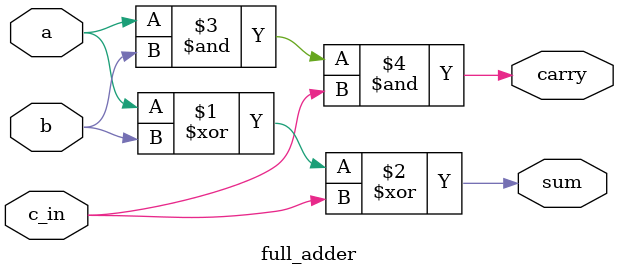
<source format=v>
`timescale 1ps/100fs

module full_adder(
    input a,
    input b,
    input c_in ,
    output  sum,
    output  carry
  
);

assign #120  sum = a ^ b ^ c_in;
assign #80  carry = a & b & c_in;

endmodule // full_adder

</source>
